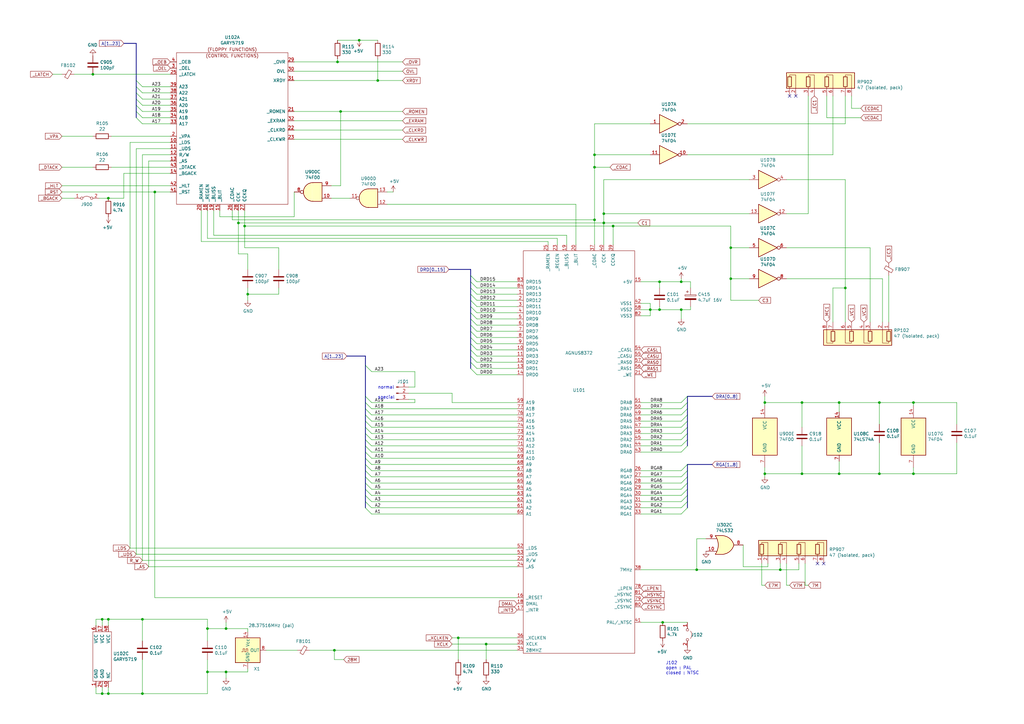
<source format=kicad_sch>
(kicad_sch (version 20230121) (generator eeschema)
  (paper "A3")
  (title_block (date "07/06/1987") (rev "6.2-a") (company "Commodore") (comment 1 "Drawn by: Dave Haynie") (comment 2 "Used on: A2000-CR") (comment 3 "Next Assy: 312725") (comment 4 "Assy: 312721"))
  (junction (at 266.7 127))
  (junction (at 251.46 92.71))
  (junction (at 360.68 165.1))
  (junction (at 41.91 254))
  (junction (at 139.7 45.72))
  (junction (at 279.4 127))
  (junction (at 299.72 101.6))
  (junction (at 58.42 254))
  (junction (at 313.69 165.1))
  (junction (at 346.71 118.11))
  (junction (at 187.96 261.62))
  (junction (at 97.79 91.44))
  (junction (at 199.39 264.16))
  (junction (at 374.65 165.1))
  (junction (at 320.04 233.68))
  (junction (at 101.6 120.65))
  (junction (at 58.42 284.48))
  (junction (at 313.69 194.31))
  (junction (at 328.93 194.31))
  (junction (at 285.75 233.68))
  (junction (at 41.91 284.48))
  (junction (at 247.65 87.63))
  (junction (at 85.09 257.81))
  (junction (at 243.84 90.17))
  (junction (at 44.45 254))
  (junction (at 100.33 92.71))
  (junction (at 344.17 194.31))
  (junction (at 279.4 115.57))
  (junction (at 85.09 275.59))
  (junction (at 328.93 165.1))
  (junction (at 243.84 63.5))
  (junction (at 374.65 194.31))
  (junction (at 299.72 114.3))
  (junction (at 360.68 194.31))
  (junction (at 344.17 165.1))
  (junction (at 38.1 30.48))
  (junction (at 154.94 33.02))
  (junction (at 271.78 255.27))
  (junction (at 147.32 16.51))
  (junction (at 92.71 275.59))
  (junction (at 247.65 91.44))
  (junction (at 92.71 257.81))
  (junction (at 138.43 25.4))
  (junction (at 270.51 127))
  (junction (at 44.45 81.28))
  (junction (at 243.84 68.58))
  (junction (at 63.5 78.74))
  (junction (at 44.45 284.48))
  (junction (at 137.16 266.7))
  (junction (at 270.51 115.57))
  (no_connect (at 326.39 39.37))
  (no_connect (at 335.28 231.14))
  (no_connect (at 337.82 231.14))
  (no_connect (at 323.85 39.37))
  (bus_entry (at 149.86 198.12) (size 2.54 2.54))
  (bus_entry (at 193.04 138.43) (size 2.54 2.54))
  (bus_entry (at 149.86 182.88) (size 2.54 2.54))
  (bus_entry (at 279.4 193.04) (size 2.54 -2.54))
  (bus_entry (at 55.88 38.1) (size 2.54 2.54))
  (bus_entry (at 193.04 140.97) (size 2.54 2.54))
  (bus_entry (at 149.86 149.86) (size 2.54 2.54))
  (bus_entry (at 149.86 165.1) (size 2.54 2.54))
  (bus_entry (at 149.86 195.58) (size 2.54 2.54))
  (bus_entry (at 279.4 167.64) (size 2.54 -2.54))
  (bus_entry (at 55.88 35.56) (size 2.54 2.54))
  (bus_entry (at 279.4 172.72) (size 2.54 -2.54))
  (bus_entry (at 193.04 133.35) (size 2.54 2.54))
  (bus_entry (at 149.86 203.2) (size 2.54 2.54))
  (bus_entry (at 193.04 130.81) (size 2.54 2.54))
  (bus_entry (at 193.04 135.89) (size 2.54 2.54))
  (bus_entry (at 193.04 123.19) (size 2.54 2.54))
  (bus_entry (at 193.04 125.73) (size 2.54 2.54))
  (bus_entry (at 193.04 148.59) (size 2.54 2.54))
  (bus_entry (at 55.88 40.64) (size 2.54 2.54))
  (bus_entry (at 149.86 177.8) (size 2.54 2.54))
  (bus_entry (at 193.04 115.57) (size 2.54 2.54))
  (bus_entry (at 149.86 167.64) (size 2.54 2.54))
  (bus_entry (at 279.4 165.1) (size 2.54 -2.54))
  (bus_entry (at 279.4 205.74) (size 2.54 -2.54))
  (bus_entry (at 279.4 170.18) (size 2.54 -2.54))
  (bus_entry (at 149.86 205.74) (size 2.54 2.54))
  (bus_entry (at 193.04 128.27) (size 2.54 2.54))
  (bus_entry (at 193.04 118.11) (size 2.54 2.54))
  (bus_entry (at 149.86 200.66) (size 2.54 2.54))
  (bus_entry (at 279.4 203.2) (size 2.54 -2.54))
  (bus_entry (at 279.4 198.12) (size 2.54 -2.54))
  (bus_entry (at 149.86 170.18) (size 2.54 2.54))
  (bus_entry (at 55.88 45.72) (size 2.54 2.54))
  (bus_entry (at 279.4 182.88) (size 2.54 -2.54))
  (bus_entry (at 149.86 190.5) (size 2.54 2.54))
  (bus_entry (at 279.4 210.82) (size 2.54 -2.54))
  (bus_entry (at 279.4 180.34) (size 2.54 -2.54))
  (bus_entry (at 149.86 193.04) (size 2.54 2.54))
  (bus_entry (at 193.04 151.13) (size 2.54 2.54))
  (bus_entry (at 279.4 185.42) (size 2.54 -2.54))
  (bus_entry (at 55.88 33.02) (size 2.54 2.54))
  (bus_entry (at 149.86 185.42) (size 2.54 2.54))
  (bus_entry (at 55.88 43.18) (size 2.54 2.54))
  (bus_entry (at 193.04 146.05) (size 2.54 2.54))
  (bus_entry (at 149.86 162.56) (size 2.54 2.54))
  (bus_entry (at 279.4 208.28) (size 2.54 -2.54))
  (bus_entry (at 149.86 172.72) (size 2.54 2.54))
  (bus_entry (at 279.4 175.26) (size 2.54 -2.54))
  (bus_entry (at 149.86 175.26) (size 2.54 2.54))
  (bus_entry (at 149.86 180.34) (size 2.54 2.54))
  (bus_entry (at 149.86 208.28) (size 2.54 2.54))
  (bus_entry (at 193.04 120.65) (size 2.54 2.54))
  (bus_entry (at 279.4 200.66) (size 2.54 -2.54))
  (bus_entry (at 193.04 113.03) (size 2.54 2.54))
  (bus_entry (at 279.4 195.58) (size 2.54 -2.54))
  (bus_entry (at 279.4 177.8) (size 2.54 -2.54))
  (bus_entry (at 55.88 48.26) (size 2.54 2.54))
  (bus_entry (at 149.86 187.96) (size 2.54 2.54))
  (bus_entry (at 193.04 143.51) (size 2.54 2.54))
  (wire (pts (xy 262.89 170.18) (xy 279.4 170.18)))
  (wire (pts (xy 212.09 195.58) (xy 152.4 195.58)))
  (wire (pts (xy 247.65 91.44) (xy 247.65 87.63)))
  (bus (pts (xy 149.86 185.42) (xy 149.86 187.96)))
  (wire (pts (xy 170.18 158.75) (xy 167.64 158.75)))
  (wire (pts (xy 100.33 92.71) (xy 251.46 92.71)))
  (wire (pts (xy 281.94 63.5) (xy 341.63 63.5)))
  (bus (pts (xy 281.94 190.5) (xy 281.94 193.04)))
  (wire (pts (xy 364.49 132.08) (xy 364.49 113.03)))
  (wire (pts (xy 195.58 135.89) (xy 212.09 135.89)))
  (bus (pts (xy 149.86 162.56) (xy 149.86 165.1)))
  (wire (pts (xy 212.09 205.74) (xy 152.4 205.74)))
  (wire (pts (xy 195.58 143.51) (xy 212.09 143.51)))
  (wire (pts (xy 262.89 129.54) (xy 266.7 129.54)))
  (wire (pts (xy 170.18 165.1) (xy 152.4 165.1)))
  (bus (pts (xy 149.86 203.2) (xy 149.86 205.74)))
  (wire (pts (xy 195.58 146.05) (xy 212.09 146.05)))
  (wire (pts (xy 139.7 45.72) (xy 139.7 76.2)))
  (wire (pts (xy 21.59 30.48) (xy 25.4 30.48)))
  (wire (pts (xy 262.89 233.68) (xy 285.75 233.68)))
  (wire (pts (xy 38.1 68.58) (xy 25.4 68.58)))
  (wire (pts (xy 195.58 120.65) (xy 212.09 120.65)))
  (wire (pts (xy 60.96 232.41) (xy 212.09 232.41)))
  (wire (pts (xy 44.45 254) (xy 58.42 254)))
  (wire (pts (xy 212.09 198.12) (xy 152.4 198.12)))
  (wire (pts (xy 25.4 81.28) (xy 30.48 81.28)))
  (wire (pts (xy 322.58 101.6) (xy 356.87 101.6)))
  (wire (pts (xy 262.89 182.88) (xy 279.4 182.88)))
  (wire (pts (xy 360.68 194.31) (xy 374.65 194.31)))
  (wire (pts (xy 101.6 257.81) (xy 101.6 259.08)))
  (wire (pts (xy 262.89 124.46) (xy 266.7 124.46)))
  (wire (pts (xy 195.58 130.81) (xy 212.09 130.81)))
  (wire (pts (xy 313.69 194.31) (xy 313.69 195.58)))
  (wire (pts (xy 304.8 232.41) (xy 304.8 223.52)))
  (wire (pts (xy 92.71 275.59) (xy 101.6 275.59)))
  (wire (pts (xy 137.16 266.7) (xy 137.16 270.51)))
  (wire (pts (xy 322.58 231.14) (xy 322.58 240.03)))
  (wire (pts (xy 307.34 87.63) (xy 247.65 87.63)))
  (wire (pts (xy 330.2 240.03) (xy 330.2 231.14)))
  (wire (pts (xy 374.65 166.37) (xy 374.65 165.1)))
  (bus (pts (xy 281.94 205.74) (xy 281.94 208.28)))
  (wire (pts (xy 58.42 43.18) (xy 69.85 43.18)))
  (wire (pts (xy 158.75 83.82) (xy 236.22 83.82)))
  (wire (pts (xy 356.87 101.6) (xy 356.87 132.08)))
  (wire (pts (xy 247.65 91.44) (xy 261.62 91.44)))
  (wire (pts (xy 262.89 210.82) (xy 279.4 210.82)))
  (wire (pts (xy 135.89 76.2) (xy 139.7 76.2)))
  (wire (pts (xy 262.89 195.58) (xy 279.4 195.58)))
  (wire (pts (xy 270.51 115.57) (xy 270.51 118.11)))
  (wire (pts (xy 346.71 50.8) (xy 346.71 39.37)))
  (wire (pts (xy 138.43 16.51) (xy 147.32 16.51)))
  (wire (pts (xy 53.34 58.42) (xy 53.34 224.79)))
  (wire (pts (xy 195.58 140.97) (xy 212.09 140.97)))
  (wire (pts (xy 39.37 284.48) (xy 41.91 284.48)))
  (bus (pts (xy 149.86 146.05) (xy 142.24 146.05)))
  (wire (pts (xy 285.75 220.98) (xy 289.56 220.98)))
  (wire (pts (xy 262.89 255.27) (xy 271.78 255.27)))
  (bus (pts (xy 193.04 135.89) (xy 193.04 138.43)))
  (bus (pts (xy 193.04 115.57) (xy 193.04 118.11)))
  (bus (pts (xy 55.88 38.1) (xy 55.88 40.64)))
  (wire (pts (xy 58.42 270.51) (xy 58.42 284.48)))
  (bus (pts (xy 149.86 167.64) (xy 149.86 170.18)))
  (wire (pts (xy 285.75 233.68) (xy 285.75 220.98)))
  (wire (pts (xy 320.04 233.68) (xy 320.04 231.14)))
  (wire (pts (xy 185.42 165.1) (xy 212.09 165.1)))
  (wire (pts (xy 82.55 86.36) (xy 82.55 99.06)))
  (wire (pts (xy 199.39 270.51) (xy 199.39 264.16)))
  (wire (pts (xy 58.42 50.8) (xy 69.85 50.8)))
  (bus (pts (xy 193.04 130.81) (xy 193.04 133.35)))
  (wire (pts (xy 313.69 165.1) (xy 313.69 166.37)))
  (wire (pts (xy 85.09 257.81) (xy 92.71 257.81)))
  (wire (pts (xy 262.89 203.2) (xy 279.4 203.2)))
  (bus (pts (xy 149.86 198.12) (xy 149.86 200.66)))
  (bus (pts (xy 281.94 180.34) (xy 281.94 182.88)))
  (wire (pts (xy 262.89 165.1) (xy 279.4 165.1)))
  (wire (pts (xy 85.09 275.59) (xy 85.09 284.48)))
  (wire (pts (xy 69.85 58.42) (xy 53.34 58.42)))
  (bus (pts (xy 55.88 35.56) (xy 55.88 38.1)))
  (wire (pts (xy 299.72 114.3) (xy 299.72 123.19)))
  (wire (pts (xy 39.37 254) (xy 41.91 254)))
  (bus (pts (xy 281.94 175.26) (xy 281.94 177.8)))
  (wire (pts (xy 212.09 180.34) (xy 152.4 180.34)))
  (bus (pts (xy 193.04 113.03) (xy 193.04 115.57)))
  (wire (pts (xy 114.3 101.6) (xy 114.3 110.49)))
  (wire (pts (xy 97.79 86.36) (xy 97.79 91.44)))
  (wire (pts (xy 346.71 118.11) (xy 341.63 118.11)))
  (wire (pts (xy 212.09 261.62) (xy 187.96 261.62)))
  (wire (pts (xy 360.68 165.1) (xy 360.68 173.99)))
  (wire (pts (xy 195.58 118.11) (xy 212.09 118.11)))
  (wire (pts (xy 58.42 35.56) (xy 69.85 35.56)))
  (wire (pts (xy 312.42 240.03) (xy 313.69 240.03)))
  (wire (pts (xy 313.69 162.56) (xy 313.69 165.1)))
  (wire (pts (xy 212.09 187.96) (xy 152.4 187.96)))
  (bus (pts (xy 55.88 33.02) (xy 55.88 35.56)))
  (wire (pts (xy 58.42 262.89) (xy 58.42 254)))
  (wire (pts (xy 100.33 86.36) (xy 100.33 92.71)))
  (wire (pts (xy 232.41 96.52) (xy 232.41 100.33)))
  (wire (pts (xy 69.85 63.5) (xy 58.42 63.5)))
  (wire (pts (xy 344.17 168.91) (xy 344.17 165.1)))
  (wire (pts (xy 185.42 161.29) (xy 185.42 165.1)))
  (wire (pts (xy 243.84 68.58) (xy 243.84 63.5)))
  (wire (pts (xy 262.89 208.28) (xy 279.4 208.28)))
  (bus (pts (xy 149.86 170.18) (xy 149.86 172.72)))
  (wire (pts (xy 392.43 165.1) (xy 392.43 173.99)))
  (wire (pts (xy 44.45 81.28) (xy 50.8 81.28)))
  (wire (pts (xy 152.4 152.4) (xy 170.18 152.4)))
  (wire (pts (xy 344.17 194.31) (xy 344.17 189.23)))
  (wire (pts (xy 85.09 254) (xy 85.09 257.81)))
  (wire (pts (xy 228.6 97.79) (xy 228.6 100.33)))
  (bus (pts (xy 149.86 187.96) (xy 149.86 190.5)))
  (wire (pts (xy 55.88 60.96) (xy 55.88 227.33)))
  (wire (pts (xy 212.09 182.88) (xy 152.4 182.88)))
  (wire (pts (xy 243.84 68.58) (xy 250.19 68.58)))
  (wire (pts (xy 87.63 86.36) (xy 87.63 96.52)))
  (bus (pts (xy 149.86 193.04) (xy 149.86 195.58)))
  (wire (pts (xy 101.6 110.49) (xy 101.6 104.14)))
  (wire (pts (xy 349.25 39.37) (xy 349.25 44.45)))
  (wire (pts (xy 41.91 284.48) (xy 44.45 284.48)))
  (wire (pts (xy 92.71 257.81) (xy 101.6 257.81)))
  (wire (pts (xy 63.5 78.74) (xy 63.5 245.11)))
  (wire (pts (xy 212.09 167.64) (xy 152.4 167.64)))
  (bus (pts (xy 149.86 195.58) (xy 149.86 198.12)))
  (wire (pts (xy 85.09 284.48) (xy 58.42 284.48)))
  (wire (pts (xy 55.88 227.33) (xy 212.09 227.33)))
  (wire (pts (xy 224.79 99.06) (xy 224.79 100.33)))
  (wire (pts (xy 374.65 191.77) (xy 374.65 194.31)))
  (wire (pts (xy 120.65 57.15) (xy 165.1 57.15)))
  (wire (pts (xy 212.09 203.2) (xy 152.4 203.2)))
  (wire (pts (xy 266.7 127) (xy 270.51 127)))
  (wire (pts (xy 85.09 270.51) (xy 85.09 275.59)))
  (bus (pts (xy 281.94 190.5) (xy 292.1 190.5)))
  (bus (pts (xy 281.94 198.12) (xy 281.94 200.66)))
  (wire (pts (xy 212.09 170.18) (xy 152.4 170.18)))
  (wire (pts (xy 195.58 123.19) (xy 212.09 123.19)))
  (wire (pts (xy 262.89 205.74) (xy 279.4 205.74)))
  (wire (pts (xy 262.89 180.34) (xy 279.4 180.34)))
  (bus (pts (xy 193.04 146.05) (xy 193.04 148.59)))
  (wire (pts (xy 85.09 275.59) (xy 92.71 275.59)))
  (wire (pts (xy 247.65 91.44) (xy 247.65 100.33)))
  (wire (pts (xy 195.58 153.67) (xy 212.09 153.67)))
  (wire (pts (xy 120.65 25.4) (xy 138.43 25.4)))
  (wire (pts (xy 58.42 45.72) (xy 69.85 45.72)))
  (wire (pts (xy 195.58 128.27) (xy 212.09 128.27)))
  (wire (pts (xy 212.09 177.8) (xy 152.4 177.8)))
  (bus (pts (xy 149.86 205.74) (xy 149.86 208.28)))
  (wire (pts (xy 69.85 66.04) (xy 60.96 66.04)))
  (wire (pts (xy 92.71 275.59) (xy 92.71 278.13)))
  (wire (pts (xy 212.09 185.42) (xy 152.4 185.42)))
  (wire (pts (xy 58.42 48.26) (xy 69.85 48.26)))
  (wire (pts (xy 328.93 194.31) (xy 344.17 194.31)))
  (wire (pts (xy 313.69 194.31) (xy 328.93 194.31)))
  (bus (pts (xy 281.94 170.18) (xy 281.94 172.72)))
  (wire (pts (xy 97.79 91.44) (xy 247.65 91.44)))
  (wire (pts (xy 285.75 233.68) (xy 320.04 233.68)))
  (bus (pts (xy 281.94 162.56) (xy 281.94 165.1)))
  (bus (pts (xy 193.04 118.11) (xy 193.04 120.65)))
  (bus (pts (xy 149.86 177.8) (xy 149.86 180.34)))
  (wire (pts (xy 341.63 118.11) (xy 341.63 132.08)))
  (wire (pts (xy 236.22 83.82) (xy 236.22 100.33)))
  (wire (pts (xy 161.29 78.74) (xy 158.75 78.74)))
  (wire (pts (xy 30.48 30.48) (xy 38.1 30.48)))
  (bus (pts (xy 281.94 200.66) (xy 281.94 203.2)))
  (wire (pts (xy 279.4 115.57) (xy 279.4 114.3)))
  (bus (pts (xy 55.88 43.18) (xy 55.88 45.72)))
  (bus (pts (xy 193.04 148.59) (xy 193.04 151.13)))
  (wire (pts (xy 322.58 87.63) (xy 331.47 87.63)))
  (bus (pts (xy 281.94 172.72) (xy 281.94 175.26)))
  (bus (pts (xy 193.04 140.97) (xy 193.04 143.51)))
  (wire (pts (xy 100.33 101.6) (xy 114.3 101.6)))
  (wire (pts (xy 45.72 68.58) (xy 69.85 68.58)))
  (wire (pts (xy 50.8 71.12) (xy 69.85 71.12)))
  (wire (pts (xy 90.17 86.36) (xy 90.17 88.9)))
  (wire (pts (xy 339.09 39.37) (xy 339.09 48.26)))
  (wire (pts (xy 251.46 92.71) (xy 251.46 100.33)))
  (wire (pts (xy 101.6 118.11) (xy 101.6 120.65)))
  (wire (pts (xy 346.71 73.66) (xy 346.71 118.11)))
  (bus (pts (xy 149.86 200.66) (xy 149.86 203.2)))
  (wire (pts (xy 109.22 266.7) (xy 121.92 266.7)))
  (wire (pts (xy 312.42 231.14) (xy 312.42 240.03)))
  (bus (pts (xy 149.86 190.5) (xy 149.86 193.04)))
  (wire (pts (xy 195.58 138.43) (xy 212.09 138.43)))
  (wire (pts (xy 266.7 127) (xy 262.89 127)))
  (wire (pts (xy 313.69 191.77) (xy 313.69 194.31)))
  (wire (pts (xy 360.68 194.31) (xy 360.68 181.61)))
  (wire (pts (xy 299.72 114.3) (xy 307.34 114.3)))
  (wire (pts (xy 58.42 254) (xy 85.09 254)))
  (wire (pts (xy 299.72 101.6) (xy 299.72 114.3)))
  (wire (pts (xy 212.09 172.72) (xy 152.4 172.72)))
  (wire (pts (xy 25.4 76.2) (xy 69.85 76.2)))
  (wire (pts (xy 195.58 115.57) (xy 212.09 115.57)))
  (bus (pts (xy 149.86 182.88) (xy 149.86 185.42)))
  (wire (pts (xy 44.45 254) (xy 44.45 256.54)))
  (wire (pts (xy 262.89 167.64) (xy 279.4 167.64)))
  (wire (pts (xy 266.7 124.46) (xy 266.7 127)))
  (bus (pts (xy 193.04 110.49) (xy 193.04 113.03)))
  (wire (pts (xy 120.65 45.72) (xy 139.7 45.72)))
  (wire (pts (xy 283.21 127) (xy 283.21 125.73)))
  (wire (pts (xy 58.42 284.48) (xy 44.45 284.48)))
  (wire (pts (xy 322.58 240.03) (xy 323.85 240.03)))
  (wire (pts (xy 38.1 30.48) (xy 69.85 30.48)))
  (wire (pts (xy 40.64 81.28) (xy 44.45 81.28)))
  (wire (pts (xy 165.1 29.21) (xy 120.65 29.21)))
  (wire (pts (xy 262.89 200.66) (xy 279.4 200.66)))
  (bus (pts (xy 55.88 45.72) (xy 55.88 48.26)))
  (wire (pts (xy 212.09 208.28) (xy 152.4 208.28)))
  (wire (pts (xy 41.91 284.48) (xy 41.91 281.94)))
  (wire (pts (xy 266.7 63.5) (xy 243.84 63.5)))
  (wire (pts (xy 349.25 44.45) (xy 353.06 44.45)))
  (wire (pts (xy 195.58 125.73) (xy 212.09 125.73)))
  (wire (pts (xy 85.09 97.79) (xy 228.6 97.79)))
  (wire (pts (xy 138.43 25.4) (xy 165.1 25.4)))
  (wire (pts (xy 97.79 104.14) (xy 97.79 91.44)))
  (wire (pts (xy 120.65 49.53) (xy 165.1 49.53)))
  (wire (pts (xy 392.43 194.31) (xy 392.43 181.61)))
  (wire (pts (xy 170.18 163.83) (xy 170.18 165.1)))
  (wire (pts (xy 100.33 92.71) (xy 100.33 101.6)))
  (wire (pts (xy 299.72 92.71) (xy 299.72 101.6)))
  (wire (pts (xy 63.5 78.74) (xy 25.4 78.74)))
  (wire (pts (xy 195.58 148.59) (xy 212.09 148.59)))
  (wire (pts (xy 69.85 60.96) (xy 55.88 60.96)))
  (wire (pts (xy 95.25 86.36) (xy 95.25 90.17)))
  (wire (pts (xy 58.42 38.1) (xy 69.85 38.1)))
  (wire (pts (xy 212.09 190.5) (xy 152.4 190.5)))
  (wire (pts (xy 187.96 261.62) (xy 185.42 261.62)))
  (wire (pts (xy 251.46 92.71) (xy 299.72 92.71)))
  (wire (pts (xy 270.51 127) (xy 270.51 125.73)))
  (bus (pts (xy 193.04 128.27) (xy 193.04 130.81)))
  (wire (pts (xy 322.58 114.3) (xy 361.95 114.3)))
  (bus (pts (xy 149.86 180.34) (xy 149.86 182.88)))
  (wire (pts (xy 212.09 210.82) (xy 152.4 210.82)))
  (bus (pts (xy 281.94 165.1) (xy 281.94 167.64)))
  (wire (pts (xy 299.72 101.6) (xy 307.34 101.6)))
  (wire (pts (xy 313.69 165.1) (xy 328.93 165.1)))
  (wire (pts (xy 167.64 161.29) (xy 185.42 161.29)))
  (bus (pts (xy 281.94 195.58) (xy 281.94 198.12)))
  (wire (pts (xy 279.4 127) (xy 283.21 127)))
  (wire (pts (xy 262.89 175.26) (xy 279.4 175.26)))
  (wire (pts (xy 25.4 55.88) (xy 38.1 55.88)))
  (wire (pts (xy 344.17 165.1) (xy 360.68 165.1)))
  (wire (pts (xy 199.39 264.16) (xy 212.09 264.16)))
  (wire (pts (xy 243.84 50.8) (xy 266.7 50.8)))
  (bus (pts (xy 149.86 149.86) (xy 149.86 162.56)))
  (wire (pts (xy 361.95 114.3) (xy 361.95 132.08)))
  (wire (pts (xy 360.68 165.1) (xy 374.65 165.1)))
  (wire (pts (xy 69.85 78.74) (xy 63.5 78.74)))
  (wire (pts (xy 374.65 194.31) (xy 392.43 194.31)))
  (wire (pts (xy 243.84 90.17) (xy 243.84 100.33)))
  (wire (pts (xy 120.65 88.9) (xy 90.17 88.9)))
  (wire (pts (xy 41.91 254) (xy 41.91 256.54)))
  (wire (pts (xy 135.89 81.28) (xy 143.51 81.28)))
  (wire (pts (xy 327.66 233.68) (xy 327.66 231.14)))
  (bus (pts (xy 281.94 193.04) (xy 281.94 195.58)))
  (wire (pts (xy 154.94 24.13) (xy 154.94 33.02)))
  (wire (pts (xy 262.89 193.04) (xy 279.4 193.04)))
  (wire (pts (xy 139.7 45.72) (xy 165.1 45.72)))
  (bus (pts (xy 50.8 17.78) (xy 55.88 17.78)))
  (wire (pts (xy 187.96 270.51) (xy 187.96 261.62)))
  (wire (pts (xy 283.21 115.57) (xy 283.21 118.11)))
  (bus (pts (xy 193.04 143.51) (xy 193.04 146.05)))
  (wire (pts (xy 279.4 115.57) (xy 283.21 115.57)))
  (bus (pts (xy 193.04 138.43) (xy 193.04 140.97)))
  (bus (pts (xy 149.86 172.72) (xy 149.86 175.26)))
  (wire (pts (xy 39.37 256.54) (xy 39.37 254)))
  (wire (pts (xy 60.96 66.04) (xy 60.96 232.41)))
  (wire (pts (xy 195.58 151.13) (xy 212.09 151.13)))
  (wire (pts (xy 262.89 177.8) (xy 279.4 177.8)))
  (wire (pts (xy 270.51 115.57) (xy 279.4 115.57)))
  (wire (pts (xy 114.3 120.65) (xy 114.3 118.11)))
  (wire (pts (xy 281.94 50.8) (xy 346.71 50.8)))
  (wire (pts (xy 39.37 281.94) (xy 39.37 284.48)))
  (wire (pts (xy 63.5 245.11) (xy 212.09 245.11)))
  (wire (pts (xy 328.93 165.1) (xy 344.17 165.1)))
  (wire (pts (xy 271.78 255.27) (xy 281.94 255.27)))
  (wire (pts (xy 314.96 232.41) (xy 304.8 232.41)))
  (wire (pts (xy 341.63 63.5) (xy 341.63 39.37)))
  (bus (pts (xy 193.04 120.65) (xy 193.04 123.19)))
  (bus (pts (xy 149.86 175.26) (xy 149.86 177.8)))
  (bus (pts (xy 55.88 40.64) (xy 55.88 43.18)))
  (wire (pts (xy 262.89 185.42) (xy 279.4 185.42)))
  (bus (pts (xy 149.86 165.1) (xy 149.86 167.64)))
  (wire (pts (xy 212.09 193.04) (xy 152.4 193.04)))
  (wire (pts (xy 101.6 104.14) (xy 97.79 104.14)))
  (wire (pts (xy 50.8 81.28) (xy 50.8 71.12)))
  (bus (pts (xy 55.88 17.78) (xy 55.88 33.02)))
  (wire (pts (xy 58.42 63.5) (xy 58.42 229.87)))
  (wire (pts (xy 266.7 129.54) (xy 266.7 127)))
  (wire (pts (xy 95.25 90.17) (xy 243.84 90.17)))
  (wire (pts (xy 262.89 198.12) (xy 279.4 198.12)))
  (wire (pts (xy 120.65 33.02) (xy 154.94 33.02)))
  (wire (pts (xy 85.09 262.89) (xy 85.09 257.81)))
  (wire (pts (xy 299.72 123.19) (xy 311.15 123.19)))
  (wire (pts (xy 147.32 16.51) (xy 154.94 16.51)))
  (wire (pts (xy 322.58 73.66) (xy 346.71 73.66)))
  (wire (pts (xy 344.17 194.31) (xy 360.68 194.31)))
  (wire (pts (xy 82.55 99.06) (xy 224.79 99.06)))
  (wire (pts (xy 247.65 87.63) (xy 247.65 73.66)))
  (bus (pts (xy 193.04 110.49) (xy 184.15 110.49)))
  (wire (pts (xy 120.65 78.74) (xy 120.65 88.9)))
  (bus (pts (xy 281.94 203.2) (xy 281.94 205.74)))
  (wire (pts (xy 53.34 224.79) (xy 212.09 224.79)))
  (wire (pts (xy 45.72 55.88) (xy 69.85 55.88)))
  (wire (pts (xy 167.64 163.83) (xy 170.18 163.83)))
  (wire (pts (xy 243.84 90.17) (xy 243.84 68.58)))
  (wire (pts (xy 331.47 87.63) (xy 331.47 39.37)))
  (bus (pts (xy 149.86 146.05) (xy 149.86 149.86)))
  (wire (pts (xy 212.09 200.66) (xy 152.4 200.66)))
  (wire (pts (xy 58.42 229.87) (xy 212.09 229.87)))
  (bus (pts (xy 281.94 177.8) (xy 281.94 180.34)))
  (wire (pts (xy 262.89 172.72) (xy 279.4 172.72)))
  (wire (pts (xy 101.6 120.65) (xy 114.3 120.65)))
  (wire (pts (xy 138.43 24.13) (xy 138.43 25.4)))
  (wire (pts (xy 320.04 233.68) (xy 327.66 233.68)))
  (wire (pts (xy 346.71 118.11) (xy 346.71 132.08)))
  (wire (pts (xy 85.09 86.36) (xy 85.09 97.79)))
  (wire (pts (xy 101.6 275.59) (xy 101.6 274.32)))
  (wire (pts (xy 195.58 133.35) (xy 212.09 133.35)))
  (wire (pts (xy 262.89 115.57) (xy 270.51 115.57)))
  (wire (pts (xy 212.09 175.26) (xy 152.4 175.26)))
  (bus (pts (xy 281.94 162.56) (xy 292.1 162.56)))
  (bus (pts (xy 193.04 133.35) (xy 193.04 135.89)))
  (wire (pts (xy 87.63 96.52) (xy 232.41 96.52)))
  (wire (pts (xy 374.65 165.1) (xy 392.43 165.1)))
  (wire (pts (xy 328.93 165.1) (xy 328.93 175.26)))
  (wire (pts (xy 339.09 48.26) (xy 353.06 48.26)))
  (wire (pts (xy 120.65 53.34) (xy 165.1 53.34)))
  (wire (pts (xy 247.65 73.66) (xy 307.34 73.66)))
  (wire (pts (xy 58.42 40.64) (xy 69.85 40.64)))
  (wire (pts (xy 185.42 264.16) (xy 199.39 264.16)))
  (wire (pts (xy 243.84 63.5) (xy 243.84 50.8)))
  (wire (pts (xy 270.51 127) (xy 279.4 127)))
  (wire (pts (xy 328.93 194.31) (xy 328.93 182.88)))
  (wire (pts (xy 44.45 284.48) (xy 44.45 281.94)))
  (bus (pts (xy 281.94 167.64) (xy 281.94 170.18)))
  (wire (pts (xy 154.94 33.02) (xy 165.1 33.02)))
  (wire (pts (xy 137.16 266.7) (xy 127 266.7)))
  (wire (pts (xy 170.18 152.4) (xy 170.18 158.75)))
  (wire (pts (xy 92.71 257.81) (xy 92.71 255.27)))
  (wire (pts (xy 331.47 240.03) (xy 330.2 240.03)))
  (wire (pts (xy 41.91 254) (xy 44.45 254)))
  (bus (pts (xy 193.04 123.19) (xy 193.04 125.73)))
  (wire (pts (xy 279.4 127) (xy 279.4 130.81)))
  (wire (pts (xy 314.96 231.14) (xy 314.96 232.41)))
  (wire (pts (xy 212.09 266.7) (xy 137.16 266.7)))
  (bus (pts (xy 193.04 125.73) (xy 193.04 128.27)))
  (wire (pts (xy 101.6 120.65) (xy 101.6 123.19)))
  (wire (pts (xy 137.16 270.51) (xy 140.97 270.51)))
  (text "J102\nopen : PAL\nclosed : NTSC" (at 273.05 276.86 0) (effects (font (size 1.27 1.27)) (justify left bottom)))
  (text "normal\n\nspecial" (at 154.94 163.83 0) (effects (font (size 1.27 1.27)) (justify left bottom)))
  (label "A7" (at 153.67 195.58 0))
  (label "RGA8" (at 266.7 193.04 0))
  (label "A19" (at 153.67 165.1 0))
  (label "A20" (at 62.23 43.18 0))
  (label "A14" (at 153.67 177.8 0))
  (label "A6" (at 153.67 198.12 0))
  (label "DRA8" (at 266.7 165.1 0))
  (label "RGA6" (at 266.7 198.12 0))
  (label "A18" (at 62.23 48.26 0))
  (label "A4" (at 153.67 203.2 0))
  (label "A2" (at 153.67 208.28 0))
  (label "A1" (at 153.67 210.82 0))
  (label "A21" (at 62.23 40.64 0))
  (label "DRA5" (at 266.7 172.72 0))
  (label "RGA7" (at 266.7 195.58 0))
  (label "DRD8" (at 196.85 133.35 0))
  (label "DRD14" (at 196.85 118.11 0))
  (label "DRD13" (at 196.85 120.65 0))
  (label "A17" (at 153.67 170.18 0))
  (label "A8" (at 153.67 193.04 0))
  (label "DRD9" (at 196.85 130.81 0))
  (label "A10" (at 153.67 187.96 0))
  (label "A12" (at 153.67 182.88 0))
  (label "DRA6" (at 266.7 170.18 0))
  (label "DRA1" (at 266.7 182.88 0))
  (label "DRD7" (at 196.85 135.89 0))
  (label "A13" (at 153.67 180.34 0))
  (label "DRA0" (at 266.7 185.42 0))
  (label "DRD2" (at 196.85 148.59 0))
  (label "A3" (at 153.67 205.74 0))
  (label "A17" (at 62.23 50.8 0))
  (label "A5" (at 153.67 200.66 0))
  (label "DRD0" (at 196.85 153.67 0))
  (label "DRA2" (at 266.7 180.34 0))
  (label "A22" (at 62.23 38.1 0))
  (label "DRD5" (at 196.85 140.97 0))
  (label "DRD10" (at 196.85 128.27 0))
  (label "A19" (at 62.23 45.72 0))
  (label "A18" (at 153.67 167.64 0))
  (label "A11" (at 153.67 185.42 0))
  (label "DRD3" (at 196.85 146.05 0))
  (label "DRD15" (at 196.85 115.57 0))
  (label "DRA3" (at 266.7 177.8 0))
  (label "DRD1" (at 196.85 151.13 0))
  (label "RGA1" (at 266.7 210.82 0))
  (label "A16" (at 153.67 172.72 0))
  (label "DRD11" (at 196.85 125.73 0))
  (label "RGA3" (at 266.7 205.74 0))
  (label "A9" (at 153.67 190.5 0))
  (label "DRA7" (at 266.7 167.64 0))
  (label "DRA4" (at 266.7 175.26 0))
  (label "A23" (at 62.23 35.56 0))
  (label "DRD6" (at 196.85 138.43 0))
  (label "DRD12" (at 196.85 123.19 0))
  (label "RGA4" (at 266.7 203.2 0))
  (label "A15" (at 153.67 175.26 0))
  (label "RGA2" (at 266.7 208.28 0))
  (label "DRD4" (at 196.85 143.51 0))
  (label "A23" (at 153.67 152.4 0))
  (label "RGA5" (at 266.7 200.66 0))
  (global_label "_BGACK" (shape input) (at 25.4 81.28 180) (property "Intersheetrefs" "${INTERSHEET_REFS}" (effects hide)))
  (global_label "_XCLKEN" (shape input) (at 185.42 261.62 180) (property "Intersheetrefs" "${INTERSHEET_REFS}" (effects hide)))
  (global_label "V7M" (shape input) (at 323.85 240.03 0) (property "Intersheetrefs" "${INTERSHEET_REFS}" (effects hide)))
  (global_label "_LATCH" (shape input) (at 21.59 30.48 180) (property "Intersheetrefs" "${INTERSHEET_REFS}" (effects hide)))
  (global_label "_RST" (shape input) (at 25.4 78.74 180) (property "Intersheetrefs" "${INTERSHEET_REFS}" (effects hide)))
  (global_label "XRDY" (shape input) (at 165.1 33.02 0) (property "Intersheetrefs" "${INTERSHEET_REFS}" (effects hide)))
  (global_label "_RAS1" (shape input) (at 262.89 151.13 0) (property "Intersheetrefs" "${INTERSHEET_REFS}" (effects hide)))
  (global_label "_CASL" (shape input) (at 262.89 143.51 0) (property "Intersheetrefs" "${INTERSHEET_REFS}" (effects hide)))
  (global_label "RGA[1..8]" (shape input) (at 292.1 190.5 0) (property "Intersheetrefs" "${INTERSHEET_REFS}" (effects hide)))
  (global_label "C3" (shape input) (at 311.15 123.19 0) (property "Intersheetrefs" "${INTERSHEET_REFS}" (effects hide)))
  (global_label "_VC3" (shape input) (at 354.33 132.08 90) (property "Intersheetrefs" "${INTERSHEET_REFS}" (effects hide)))
  (global_label "_VPA" (shape input) (at 25.4 55.88 180) (property "Intersheetrefs" "${INTERSHEET_REFS}" (effects hide)))
  (global_label "_EC1" (shape input) (at 334.01 39.37 270) (property "Intersheetrefs" "${INTERSHEET_REFS}" (effects hide)))
  (global_label "_MC1" (shape input) (at 339.09 132.08 90) (property "Intersheetrefs" "${INTERSHEET_REFS}" (effects hide)))
  (global_label "R_W" (shape input) (at 58.42 229.87 180) (property "Intersheetrefs" "${INTERSHEET_REFS}" (effects hide)))
  (global_label "_AS" (shape input) (at 60.96 232.41 180) (property "Intersheetrefs" "${INTERSHEET_REFS}" (effects hide)))
  (global_label "_EXRAM" (shape input) (at 165.1 49.53 0) (property "Intersheetrefs" "${INTERSHEET_REFS}" (effects hide)))
  (global_label "XCLK" (shape input) (at 185.42 264.16 180) (property "Intersheetrefs" "${INTERSHEET_REFS}" (effects hide)))
  (global_label "28M" (shape input) (at 140.97 270.51 0) (property "Intersheetrefs" "${INTERSHEET_REFS}" (effects hide)))
  (global_label "_LPEN" (shape input) (at 262.89 241.3 0) (property "Intersheetrefs" "${INTERSHEET_REFS}" (effects hide)))
  (global_label "_HLT" (shape input) (at 25.4 76.2 180) (property "Intersheetrefs" "${INTERSHEET_REFS}" (effects hide)))
  (global_label "_ROMEN" (shape input) (at 165.1 45.72 0) (property "Intersheetrefs" "${INTERSHEET_REFS}" (effects hide)))
  (global_label "ECDAC" (shape input) (at 353.06 44.45 0) (property "Intersheetrefs" "${INTERSHEET_REFS}" (effects hide)))
  (global_label "DRA[0..8]" (shape input) (at 292.1 162.56 0) (property "Intersheetrefs" "${INTERSHEET_REFS}" (effects hide)))
  (global_label "_INT3" (shape input) (at 212.09 250.19 180) (property "Intersheetrefs" "${INTERSHEET_REFS}" (effects hide)))
  (global_label "DRD[0..15]" (shape input) (at 184.15 110.49 180) (property "Intersheetrefs" "${INTERSHEET_REFS}" (effects hide)))
  (global_label "_OEL" (shape input) (at 69.85 27.94 180) (property "Intersheetrefs" "${INTERSHEET_REFS}" (effects hide)))
  (global_label "E7M" (shape input) (at 313.69 240.03 0) (property "Intersheetrefs" "${INTERSHEET_REFS}" (effects hide)))
  (global_label "_HSYNC" (shape input) (at 262.89 243.84 0) (property "Intersheetrefs" "${INTERSHEET_REFS}" (effects hide)))
  (global_label "A[1..23]" (shape input) (at 142.24 146.05 180) (property "Intersheetrefs" "${INTERSHEET_REFS}" (effects hide)))
  (global_label "_WE" (shape input) (at 262.89 153.67 0) (property "Intersheetrefs" "${INTERSHEET_REFS}" (effects hide)))
  (global_label "OVL" (shape input) (at 165.1 29.21 0) (property "Intersheetrefs" "${INTERSHEET_REFS}" (effects hide)))
  (global_label "_OEB" (shape input) (at 69.85 25.4 180) (property "Intersheetrefs" "${INTERSHEET_REFS}" (effects hide)))
  (global_label "7M" (shape input) (at 331.47 240.03 0) (property "Intersheetrefs" "${INTERSHEET_REFS}" (effects hide)))
  (global_label "A[1..23]" (shape input) (at 50.8 17.78 180) (property "Intersheetrefs" "${INTERSHEET_REFS}" (effects hide)))
  (global_label "C1" (shape input) (at 261.62 91.44 0) (property "Intersheetrefs" "${INTERSHEET_REFS}" (effects hide)))
  (global_label "_CLKRD" (shape input) (at 165.1 53.34 0) (property "Intersheetrefs" "${INTERSHEET_REFS}" (effects hide)))
  (global_label "_RAS0" (shape input) (at 262.89 148.59 0) (property "Intersheetrefs" "${INTERSHEET_REFS}" (effects hide)))
  (global_label "_CSYNC" (shape input) (at 262.89 248.92 0) (property "Intersheetrefs" "${INTERSHEET_REFS}" (effects hide)))
  (global_label "_CLKWR" (shape input) (at 165.1 57.15 0) (property "Intersheetrefs" "${INTERSHEET_REFS}" (effects hide)))
  (global_label "_OVR" (shape input) (at 165.1 25.4 0) (property "Intersheetrefs" "${INTERSHEET_REFS}" (effects hide)))
  (global_label "_LDS" (shape input) (at 53.34 224.79 180) (property "Intersheetrefs" "${INTERSHEET_REFS}" (effects hide)))
  (global_label "_CDAC" (shape input) (at 250.19 68.58 0) (property "Intersheetrefs" "${INTERSHEET_REFS}" (effects hide)))
  (global_label "_UDS" (shape input) (at 55.88 227.33 180) (property "Intersheetrefs" "${INTERSHEET_REFS}" (effects hide)))
  (global_label "_VSYNC" (shape input) (at 262.89 246.38 0) (property "Intersheetrefs" "${INTERSHEET_REFS}" (effects hide)))
  (global_label "_DTACK" (shape input) (at 25.4 68.58 180) (property "Intersheetrefs" "${INTERSHEET_REFS}" (effects hide)))
  (global_label "_EC3" (shape input) (at 364.49 107.95 90) (property "Intersheetrefs" "${INTERSHEET_REFS}" (effects hide)))
  (global_label "_CASU" (shape input) (at 262.89 146.05 0) (property "Intersheetrefs" "${INTERSHEET_REFS}" (effects hide)))
  (global_label "_VC1" (shape input) (at 349.25 132.08 90) (property "Intersheetrefs" "${INTERSHEET_REFS}" (effects hide)))
  (global_label "DMAL" (shape input) (at 212.09 247.65 180) (property "Intersheetrefs" "${INTERSHEET_REFS}" (effects hide)))
  (global_label "VCDAC" (shape input) (at 353.06 48.26 0) (property "Intersheetrefs" "${INTERSHEET_REFS}" (effects hide)))
  (symbol (lib_id "amiga2000-rescue:Conn_01x03_Male-Connector") (at 162.56 161.29 0) (unit 1)
    (property "Reference" "J101" (at 165.3032 156.4894 0))
    (property "Value" "Conn_01x03_Male" (effects hide))
    (property "Footprint" "Connector_PinHeader_2.54mm:PinHeader_1x03_P2.54mm_Vertical" (effects hide))
  )
  (symbol (lib_id "74xx:74LS04") (at 374.65 179.07 0) (unit 7)
    (property "Reference" "U107" (at 380.492 177.9016 0) (effects (justify left)))
    (property "Value" "74F04" (at 380.492 180.213 0) (effects (justify left)))
    (property "Footprint" "Package_DIP:DIP-14_W7.62mm_Socket" (effects hide))
    (property "Datasheet" "https://www.soemtron.org/downloads/disposals/74f04.pdf" (effects hide))
    (property "RefOrder" "595-SN74F04N" (effects hide))
  )
  (symbol (lib_id "Device:C") (at 392.43 177.8 0) (unit 1)
    (property "Reference" "C107" (at 395.351 176.6316 0) (effects (justify left)))
    (property "Value" "0.1uF" (at 395.351 178.943 0) (effects (justify left)))
    (property "Footprint" "Capacitor_THT:C_Rect_L11.5mm_W2.6mm_P10.00mm_MKT" (effects hide))
    (property "RefOrder" "581-SA105C104KARC" (effects hide))
  )
  (symbol (lib_id "amiga_customs:GARY5719") (at 95.25 20.32 0) (unit 1)
    (property "Reference" "U102" (at 95.25 15.2908 0))
    (property "Value" "GARY5719" (at 95.25 17.6022 0))
    (property "Footprint" "Package_DIP:DIP-48_W15.24mm_Socket" (effects hide))
  )
  (symbol (lib_id "amiga_customs:GARY5719") (at 36.83 269.24 90) (unit 3)
    (property "Reference" "U102" (at 46.4312 268.0716 90) (effects (justify right)))
    (property "Value" "GARY5719" (at 46.4312 270.383 90) (effects (justify right)))
    (property "Footprint" "Package_DIP:DIP-48_W15.24mm_Socket" (effects hide))
  )
  (symbol (lib_id "amiga_customs:AGNUS8372") (at 237.49 99.06 0) (unit 1)
    (property "Reference" "U101" (at 237.49 160.02 0))
    (property "Value" "AGNUS8372" (at 237.49 144.78 0))
    (property "Footprint" "Package_LCC:PLCC-84_THT-Socket" (effects hide))
  )
  (symbol (lib_id "Device:C") (at 38.1 26.67 0) (unit 1)
    (property "Reference" "C905" (at 41.021 25.5016 0) (effects (justify left)))
    (property "Value" "100pF" (at 41.021 27.813 0) (effects (justify left)))
    (property "Footprint" "Capacitor_THT:C_Rect_L11.5mm_W2.6mm_P10.00mm_MKT" (effects hide))
    (property "RefOrder" "80-C410C101K5G" (effects hide))
  )
  (symbol (lib_id "power:GND") (at 38.1 22.86 180) (unit 1)
    (property "Reference" "#PWR0163" (effects hide))
    (property "Value" "GND" (at 37.973 18.4658 0))
  )
  (symbol (lib_id "amiga2000-rescue:Ferrite_Bead_Small-Device") (at 27.94 30.48 270) (unit 1)
    (property "Reference" "FB102" (at 27.94 26.797 90))
    (property "Value" "Ferrite_Bead_Small" (effects hide))
    (property "Footprint" "Inductor_THT:L_Axial_L9.5mm_D4.0mm_P15.24mm_Horizontal_Fastron_SMCC" (effects hide))
    (property "RefOrder" "875-28L0138-10R-10" (effects hide))
  )
  (symbol (lib_id "Device:R") (at 41.91 55.88 270) (unit 1)
    (property "Reference" "R105" (at 41.91 50.6222 90))
    (property "Value" "22" (at 41.91 52.9336 90))
    (property "Footprint" "Resistor_THT:R_Axial_DIN0207_L6.3mm_D2.5mm_P10.16mm_Horizontal" (effects hide))
    (property "RefOrder" "603-CFR-25JR-52-22R" (effects hide))
  )
  (symbol (lib_id "Device:R") (at 41.91 68.58 270) (unit 1)
    (property "Reference" "R106" (at 41.91 63.3222 90))
    (property "Value" "22" (at 41.91 65.6336 90))
    (property "Footprint" "Resistor_THT:R_Axial_DIN0207_L6.3mm_D2.5mm_P10.16mm_Horizontal" (effects hide))
    (property "RefOrder" "603-CFR-25JR-52-22R" (effects hide))
  )
  (symbol (lib_id "Jumper:Jumper_2_Bridged") (at 35.56 81.28 0) (unit 1)
    (property "Reference" "J900" (at 35.56 83.82 0))
    (property "Value" "Jumper_2_Bridged" (effects hide))
    (property "Footprint" "Connector_PinHeader_2.54mm:PinHeader_2x01_P2.54mm_Vertical" (effects hide))
  )
  (symbol (lib_id "Device:R") (at 44.45 85.09 0) (unit 1)
    (property "Reference" "R916" (at 46.228 83.9216 0) (effects (justify left)))
    (property "Value" "4.7k" (at 46.228 86.233 0) (effects (justify left)))
    (property "Footprint" "Resistor_THT:R_Axial_DIN0207_L6.3mm_D2.5mm_P10.16mm_Horizontal" (effects hide))
    (property "RefOrder" "603-CFR-25JT-52-4K7" (effects hide))
  )
  (symbol (lib_id "power:+5V") (at 44.45 88.9 180) (unit 1)
    (property "Reference" "#PWR0164" (effects hide))
    (property "Value" "+5V" (at 44.069 93.2942 0))
  )
  (symbol (lib_id "Device:R") (at 138.43 20.32 0) (unit 1)
    (property "Reference" "R115" (at 140.208 19.1516 0) (effects (justify left)))
    (property "Value" "330" (at 140.208 21.463 0) (effects (justify left)))
    (property "Footprint" "Resistor_THT:R_Axial_DIN0207_L6.3mm_D2.5mm_P10.16mm_Horizontal" (effects hide))
    (property "RefOrder" "603-CFR-25JT-52-330R" (effects hide))
  )
  (symbol (lib_id "Device:R") (at 154.94 20.32 0) (unit 1)
    (property "Reference" "R114" (at 156.718 19.1516 0) (effects (justify left)))
    (property "Value" "330" (at 156.718 21.463 0) (effects (justify left)))
    (property "Footprint" "Resistor_THT:R_Axial_DIN0207_L6.3mm_D2.5mm_P10.16mm_Horizontal" (effects hide))
    (property "RefOrder" "603-CFR-25JT-52-330R" (effects hide))
  )
  (symbol (lib_id "power:+5V") (at 147.32 16.51 180) (unit 1)
    (property "Reference" "#PWR0170" (effects hide))
    (property "Value" "+5V" (at 146.939 20.9042 0))
  )
  (symbol (lib_id "74xx:74LS00") (at 128.27 78.74 0) (mirror y) (unit 3)
    (property "Reference" "U900" (at 128.27 70.485 0))
    (property "Value" "74F00" (at 128.27 72.7964 0))
    (property "Footprint" "Package_DIP:DIP-14_W7.62mm_Socket" (effects hide))
    (property "Datasheet" "http://www.ti.com/lit/ds/symlink/sn74f00.pdf" (effects hide))
    (property "RefOrder" "595-SN74F00N" (effects hide))
  )
  (symbol (lib_id "74xx:74LS00") (at 151.13 81.28 180) (unit 4)
    (property "Reference" "U900" (at 151.13 73.2282 0))
    (property "Value" "74F00" (at 151.13 75.5396 0))
    (property "Footprint" "Package_DIP:DIP-14_W7.62mm_Socket" (effects hide))
    (property "Datasheet" "http://www.ti.com/lit/ds/symlink/sn74f00.pdf" (effects hide))
    (property "RefOrder" "595-SN74F00N" (effects hide))
  )
  (symbol (lib_id "power:+5V") (at 161.29 78.74 0) (unit 1)
    (property "Reference" "#PWR0171" (effects hide))
    (property "Value" "+5V" (at 161.671 74.3458 0))
  )
  (symbol (lib_id "amiga2000-rescue:ACO-xxxMHz-Oscillator") (at 101.6 266.7 0) (unit 1)
    (property "Reference" "X1" (at 106.68 274.32 0) (effects (justify right)))
    (property "Value" "28.37516MHz (pal)" (at 120.65 256.54 0) (effects (justify right)))
    (property "Footprint" "Oscillator:Oscillator_DIP-14" (effects hide))
  )
  (symbol (lib_id "Device:C") (at 85.09 266.7 0) (unit 1)
    (property "Reference" "C110" (at 88.011 265.5316 0) (effects (justify left)))
    (property "Value" "0.1uF" (at 88.011 267.843 0) (effects (justify left)))
    (property "Footprint" "Capacitor_THT:C_Rect_L11.5mm_W2.6mm_P10.00mm_MKT" (effects hide))
    (property "RefOrder" "581-SA105C104KARC" (effects hide))
  )
  (symbol (lib_id "power:+5V") (at 92.71 255.27 0) (unit 1)
    (property "Reference" "#PWR0165" (effects hide))
    (property "Value" "+5V" (at 93.091 250.8758 0))
  )
  (symbol (lib_id "power:GND") (at 92.71 278.13 0) (unit 1)
    (property "Reference" "#PWR0166" (effects hide))
    (property "Value" "GND" (at 92.837 282.5242 0))
  )
  (symbol (lib_id "amiga2000-rescue:Ferrite_Bead_Small-Device") (at 124.46 266.7 270) (unit 1)
    (property "Reference" "FB101" (at 124.46 263.017 90))
    (property "Value" "Ferrite_Bead_Small" (effects hide))
    (property "Footprint" "Inductor_THT:L_Axial_L7.0mm_D3.3mm_P10.16mm_Horizontal_Fastron_MICC" (effects hide))
    (property "RefOrder" "875-28L0138-10R-10" (effects hide))
  )
  (symbol (lib_id "Device:R") (at 199.39 274.32 0) (unit 1)
    (property "Reference" "R110" (at 201.168 273.1516 0) (effects (justify left)))
    (property "Value" "330" (at 201.168 275.463 0) (effects (justify left)))
    (property "Footprint" "Resistor_THT:R_Axial_DIN0207_L6.3mm_D2.5mm_P10.16mm_Horizontal" (effects hide))
    (property "RefOrder" "603-CFR-25JT-52-330R" (effects hide))
  )
  (symbol (lib_id "Device:R") (at 187.96 274.32 0) (unit 1)
    (property "Reference" "R109" (at 189.738 273.1516 0) (effects (justify left)))
    (property "Value" "4.7k" (at 189.738 275.463 0) (effects (justify left)))
    (property "Footprint" "Resistor_THT:R_Axial_DIN0207_L6.3mm_D2.5mm_P10.16mm_Horizontal" (effects hide))
    (property "RefOrder" "603-CFR-25JT-52-4K7" (effects hide))
  )
  (symbol (lib_id "power:GND") (at 199.39 278.13 0) (unit 1)
    (property "Reference" "#PWR0173" (effects hide))
    (property "Value" "GND" (at 199.517 282.5242 0))
  )
  (symbol (lib_id "power:+5V") (at 187.96 278.13 180) (unit 1)
    (property "Reference" "#PWR0172" (effects hide))
    (property "Value" "+5V" (at 187.579 282.5242 0))
  )
  (symbol (lib_id "power:+5V") (at 279.4 114.3 0) (unit 1)
    (property "Reference" "#PWR0175" (effects hide))
    (property "Value" "+5V" (at 279.781 109.9058 0))
  )
  (symbol (lib_id "power:GND") (at 279.4 130.81 0) (unit 1)
    (property "Reference" "#PWR0176" (effects hide))
    (property "Value" "GND" (at 279.527 135.2042 0))
  )
  (symbol (lib_id "Device:C") (at 270.51 121.92 0) (unit 1)
    (property "Reference" "C101" (at 273.431 120.7516 0) (effects (justify left)))
    (property "Value" "0.1uF" (at 273.431 123.063 0) (effects (justify left)))
    (property "Footprint" "Capacitor_THT:C_Rect_L11.5mm_W2.6mm_P10.00mm_MKT" (effects hide))
    (property "RefOrder" "581-SA105C104KARC" (effects hide))
  )
  (symbol (lib_id "amiga2000-rescue:CP-Device") (at 283.21 121.92 0) (unit 1)
    (property "Reference" "C415" (at 286.2072 120.7516 0) (effects (justify left)))
    (property "Value" "4.7uF 16V" (at 286.2072 123.063 0) (effects (justify left)))
    (property "Footprint" "Capacitor_THT:CP_Radial_D5.0mm_P2.50mm" (effects hide))
    (property "RefOrder" "647-UMA1C4R7MCD2TP" (effects hide))
  )
  (symbol (lib_id "Device:C") (at 58.42 266.7 0) (unit 1)
    (property "Reference" "C102" (at 61.341 265.5316 0) (effects (justify left)))
    (property "Value" "0.1uF" (at 61.341 267.843 0) (effects (justify left)))
    (property "Footprint" "Capacitor_THT:C_Rect_L11.5mm_W2.6mm_P10.00mm_MKT" (effects hide))
    (property "RefOrder" "581-SA105C104KARC" (effects hide))
  )
  (symbol (lib_id "Device:R") (at 271.78 259.08 0) (unit 1)
    (property "Reference" "R101" (at 273.558 257.9116 0) (effects (justify left)))
    (property "Value" "4.7k" (at 273.558 260.223 0) (effects (justify left)))
    (property "Footprint" "Resistor_THT:R_Axial_DIN0207_L6.3mm_D2.5mm_P10.16mm_Horizontal" (effects hide))
    (property "RefOrder" "603-CFR-25JT-52-4K7" (effects hide))
  )
  (symbol (lib_id "Jumper:Jumper_2_Open") (at 281.94 260.35 270) (unit 1)
    (property "Reference" "J102" (at 283.4132 260.35 90) (effects (justify left)))
    (property "Value" "Jumper_2_Open" (effects hide))
    (property "Footprint" "Jumper:SolderJumper-2_P1.3mm_Open_RoundedPad1.0x1.5mm" (effects hide))
  )
  (symbol (lib_id "power:GND") (at 281.94 265.43 0) (unit 1)
    (property "Reference" "#PWR0177" (effects hide))
    (property "Value" "GND" (at 282.067 269.8242 0))
  )
  (symbol (lib_id "power:+5V") (at 271.78 262.89 180) (unit 1)
    (property "Reference" "#PWR0174" (effects hide))
    (property "Value" "+5V" (at 271.399 267.2842 0))
  )
  (symbol (lib_id "74xx:74LS32") (at 297.18 223.52 0) (unit 3)
    (property "Reference" "U302" (at 297.18 215.265 0))
    (property "Value" "74LS32" (at 297.18 217.5764 0))
    (property "Footprint" "Package_DIP:DIP-14_W7.62mm_Socket" (effects hide))
    (property "Datasheet" "http://www.ti.com/lit/gpn/sn74LS32" (effects hide))
    (property "RefOrder" "595-SN74LS32N" (effects hide))
  )
  (symbol (lib_id "power:GND") (at 289.56 226.06 0) (unit 1)
    (property "Reference" "#PWR0178" (effects hide))
    (property "Value" "GND" (at 289.687 230.4542 0))
  )
  (symbol (lib_id "Device:R_Pack04_SIP") (at 325.12 226.06 0) (unit 1)
    (property "Reference" "RP907" (at 340.0552 225.3742 0) (effects (justify left)))
    (property "Value" "47 (isolated, pack)" (at 340.0552 227.6856 0) (effects (justify left)))
    (property "Footprint" "Resistor_THT:R_Array_SIP8" (effects hide))
    (property "Datasheet" "http://www.vishay.com/docs/31509/csc.pdf" (effects hide))
    (property "RefOrder" "858-L083S470LF" (effects hide))
  )
  (symbol (lib_id "74xx:74LS04") (at 274.32 50.8 0) (unit 1)
    (property "Reference" "U107" (at 274.32 42.7482 0))
    (property "Value" "74F04" (at 274.32 45.0596 0))
    (property "Footprint" "Package_DIP:DIP-14_W7.62mm_Socket" (effects hide))
    (property "Datasheet" "https://www.soemtron.org/downloads/disposals/74f04.pdf" (effects hide))
    (property "RefOrder" "595-SN74F04N" (effects hide))
  )
  (symbol (lib_id "74xx:74LS04") (at 274.32 63.5 0) (unit 5)
    (property "Reference" "U107" (at 274.32 55.4482 0))
    (property "Value" "74F04" (at 274.32 57.7596 0))
    (property "Footprint" "Package_DIP:DIP-14_W7.62mm_Socket" (effects hide))
    (property "Datasheet" "https://www.soemtron.org/downloads/disposals/74f04.pdf" (effects hide))
    (property "RefOrder" "595-SN74F04N" (effects hide))
  )
  (symbol (lib_id "74xx:74LS04") (at 314.96 73.66 0) (unit 2)
    (property "Reference" "U107" (at 314.96 65.6082 0))
    (property "Value" "74F04" (at 314.96 67.9196 0))
    (property "Footprint" "Package_DIP:DIP-14_W7.62mm_Socket" (effects hide))
    (property "Datasheet" "https://www.soemtron.org/downloads/disposals/74f04.pdf" (effects hide))
    (property "RefOrder" "595-SN74F04N" (effects hide))
  )
  (symbol (lib_id "74xx:74LS04") (at 314.96 87.63 0) (unit 6)
    (property "Reference" "U107" (at 314.96 79.5782 0))
    (property "Value" "74F04" (at 314.96 81.8896 0))
    (property "Footprint" "Package_DIP:DIP-14_W7.62mm_Socket" (effects hide))
    (property "Datasheet" "https://www.soemtron.org/downloads/disposals/74f04.pdf" (effects hide))
    (property "RefOrder" "595-SN74F04N" (effects hide))
  )
  (symbol (lib_id "74xx:74LS04") (at 314.96 101.6 0) (unit 3)
    (property "Reference" "U107" (at 314.96 93.5482 0))
    (property "Value" "74F04" (at 314.96 95.8596 0))
    (property "Footprint" "Package_DIP:DIP-14_W7.62mm_Socket" (effects hide))
    (property "Datasheet" "https://www.soemtron.org/downloads/disposals/74f04.pdf" (effects hide))
    (property "RefOrder" "595-SN74F04N" (effects hide))
  )
  (symbol (lib_id "74xx:74LS04") (at 314.96 114.3 0) (unit 4)
    (property "Reference" "U107" (at 314.96 106.2482 0))
    (property "Value" "74F04" (at 314.96 108.5596 0))
    (property "Footprint" "Package_DIP:DIP-14_W7.62mm_Socket" (effects hide))
    (property "Datasheet" "https://www.soemtron.org/downloads/disposals/74f04.pdf" (effects hide))
    (property "RefOrder" "595-SN74F04N" (effects hide))
  )
  (symbol (lib_id "Device:R_Pack04_SIP") (at 336.55 34.29 0) (unit 1)
    (property "Reference" "RP902" (at 351.4852 33.6042 0) (effects (justify left)))
    (property "Value" "47 (isolated, pack)" (at 351.4852 35.9156 0) (effects (justify left)))
    (property "Footprint" "Resistor_THT:R_Array_SIP8" (effects hide))
    (property "Datasheet" "http://www.vishay.com/docs/31509/csc.pdf" (effects hide))
    (property "RefOrder" "858-L083S470LF" (effects hide))
  )
  (symbol (lib_id "Device:R_Pack04_SIP") (at 351.79 137.16 180) (unit 1)
    (property "Reference" "RP102" (at 366.522 135.4836 0) (effects (justify right)))
    (property "Value" "47 (isolated, pack)" (at 366.522 137.795 0) (effects (justify right)))
    (property "Footprint" "Resistor_THT:R_Array_SIP8" (effects hide))
    (property "Datasheet" "http://www.vishay.com/docs/31509/csc.pdf" (effects hide))
    (property "RefOrder" "858-L083S470LF" (effects hide))
  )
  (symbol (lib_id "amiga2000-rescue:Ferrite_Bead_Small-Device") (at 364.49 110.49 0) (unit 1)
    (property "Reference" "FB907" (at 367.03 110.49 0) (effects (justify left)))
    (property "Value" "Ferrite_Bead_Small" (effects hide))
    (property "Footprint" "Inductor_THT:L_Axial_L7.0mm_D3.3mm_P10.16mm_Horizontal_Fastron_MICC" (effects hide))
    (property "RefOrder" "875-28L0138-10R-10" (effects hide))
  )
  (symbol (lib_id "Device:C") (at 101.6 114.3 0) (unit 1)
    (property "Reference" "C907" (at 104.521 113.1316 0) (effects (justify left)))
    (property "Value" "100pF" (at 104.521 115.443 0) (effects (justify left)))
    (property "Footprint" "Capacitor_THT:C_Rect_L11.5mm_W2.6mm_P10.00mm_MKT" (effects hide))
    (property "RefOrder" "80-C410C101K5G" (effects hide))
  )
  (symbol (lib_id "Device:C") (at 114.3 114.3 0) (unit 1)
    (property "Reference" "C908" (at 117.221 113.1316 0) (effects (justify left)))
    (property "Value" "100pF" (at 117.221 115.443 0) (effects (justify left)))
    (property "Footprint" "Capacitor_THT:C_Rect_L11.5mm_W2.6mm_P10.00mm_MKT" (effects hide))
    (property "RefOrder" "80-C410C101K5G" (effects hide))
  )
  (symbol (lib_id "power:GND") (at 101.6 123.19 0) (unit 1)
    (property "Reference" "#PWR0167" (effects hide))
    (property "Value" "GND" (at 101.727 127.5842 0))
  )
  (symbol (lib_id "74xx:74LS00") (at 313.69 179.07 0) (mirror y) (unit 5)
    (property "Reference" "U900" (at 319.532 177.9016 0) (effects (justify right)))
    (property "Value" "74F00" (at 319.532 180.213 0) (effects (justify right)))
    (property "Footprint" "Package_DIP:DIP-14_W7.62mm_Socket" (effects hide))
    (property "Datasheet" "http://www.ti.com/lit/ds/symlink/sn74f00.pdf" (effects hide))
    (property "RefOrder" "595-SN74F00N" (effects hide))
  )
  (symbol (lib_id "74xx:74LS74") (at 344.17 179.07 0) (unit 3)
    (property "Reference" "U108" (at 350.012 177.9016 0) (effects (justify left)))
    (property "Value" "74LS74A" (at 350.012 180.213 0) (effects (justify left)))
    (property "Footprint" "Package_DIP:DIP-14_W7.62mm_Socket" (effects hide))
    (property "Datasheet" "http://www.ti.com/lit/ds/symlink/sn74ls74a.pdf" (effects hide))
    (property "RefOrder" "595-SN74LS74AN" (effects hide))
  )
  (symbol (lib_id "Device:C") (at 328.93 179.07 0) (unit 1)
    (property "Reference" "C918" (at 331.851 177.9016 0) (effects (justify left)))
    (property "Value" "0.1uF" (at 331.851 180.213 0) (effects (justify left)))
    (property "Footprint" "Capacitor_THT:C_Rect_L11.5mm_W2.6mm_P10.00mm_MKT" (effects hide))
    (property "RefOrder" "581-SA105C104KARC" (effects hide))
  )
  (symbol (lib_id "Device:C") (at 360.68 177.8 0) (unit 1)
    (property "Reference" "C108" (at 363.601 176.6316 0) (effects (justify left)))
    (property "Value" "0.1uF" (at 363.601 178.943 0) (effects (justify left)))
    (property "Footprint" "Capacitor_THT:C_Rect_L11.5mm_W2.6mm_P10.00mm_MKT" (effects hide))
    (property "RefOrder" "581-SA105C104KARC" (effects hide))
  )
  (symbol (lib_id "power:+5V") (at 313.69 162.56 0) (unit 1)
    (property "Reference" "#PWR0168" (effects hide))
    (property "Value" "+5V" (at 314.071 158.1658 0))
  )
  (symbol (lib_id "power:GND") (at 313.69 195.58 0) (unit 1)
    (property "Reference" "#PWR0169" (effects hide))
    (property "Value" "GND" (at 313.817 199.9742 0))
  )
)
</source>
